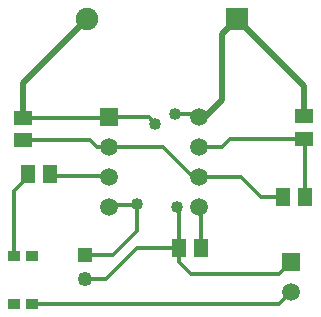
<source format=gbr>
G04 DipTrace 3.2.0.1*
G04 Top.gbr*
%MOMM*%
G04 #@! TF.FileFunction,Copper,L1,Top*
G04 #@! TF.Part,Single*
G04 #@! TA.AperFunction,Conductor*
%ADD14C,0.5*%
%ADD15C,0.33*%
G04 #@! TA.AperFunction,ComponentPad*
%ADD16R,1.25X1.25*%
%ADD17C,1.25*%
%ADD18R,1.3X1.5*%
%ADD19R,1.5X1.3*%
G04 #@! TA.AperFunction,ComponentPad*
%ADD20C,1.5*%
%ADD21R,1.5X1.5*%
%ADD23R,1.9X1.9*%
%ADD24C,1.9*%
%ADD26R,1.0X0.9*%
G04 #@! TA.AperFunction,ViaPad*
%ADD27C,1.016*%
%FSLAX35Y35*%
G04*
G71*
G90*
G75*
G01*
G04 Top*
%LPD*%
X-1302875Y2208701D2*
D14*
Y2507125D1*
X-762000Y3048000D1*
X-1302875Y2208701D2*
D15*
X-571500D1*
Y2212288D1*
X965069Y988163D2*
X865036Y888131D1*
X120918D1*
X20037Y989012D1*
Y1105503D1*
X14601D1*
Y1455084D1*
X0D1*
X-186813Y2158799D2*
X-240302Y2212288D1*
X-571500D1*
X-775936Y846314D2*
X-599052D1*
X-339863Y1105503D1*
X14601D1*
X1079500Y2222500D2*
D14*
Y2476500D1*
X508000Y3048000D1*
X381291Y2921291D1*
Y2357706D1*
X235873Y2212288D1*
X190500D1*
X-571500Y1450288D2*
D15*
X-530414D1*
X-507590Y1473112D1*
X-322605D1*
X-333797Y1484305D1*
Y1475058D1*
X-18752Y2243944D2*
X164583D1*
X196238Y2212288D1*
X190500D1*
X-775936Y1046314D2*
X-539028D1*
X-333797Y1251545D1*
Y1475058D1*
X-1074155Y1730987D2*
Y1712763D1*
X-571500D1*
Y1704288D1*
X-1223115Y630700D2*
X861605D1*
X965069Y734163D1*
X-1383115Y1040700D2*
Y1586747D1*
X-1238875Y1730987D1*
X-1264155D1*
X1084214Y1538864D2*
Y2027786D1*
X1079500Y2032500D1*
X452224D1*
X378013Y1958288D1*
X190500D1*
X-1302875Y2018701D2*
X-733112D1*
X-672700Y1958288D1*
X-571500D1*
X894214Y1538864D2*
X708975D1*
X543551Y1704288D1*
X190500D1*
X-571500Y1958288D2*
X-116788D1*
X137212Y1704288D1*
X190500D1*
X204601Y1105503D2*
X199705Y1100607D1*
Y1458604D1*
X177942Y1480367D1*
Y1444095D1*
X190500D1*
Y1450288D1*
D27*
X0Y1455084D3*
X-186813Y2158799D3*
X-333797Y1475058D3*
X-18752Y2243944D3*
D16*
X-775936Y1046314D3*
D17*
Y846314D3*
D18*
X14601Y1105503D3*
X204601D3*
D19*
X-1302875Y2208701D3*
Y2018701D3*
D20*
X965069Y734163D3*
D21*
Y988163D3*
D23*
X508000Y3048000D3*
D24*
X-762000D3*
D19*
X1079500Y2222500D3*
Y2032500D3*
D18*
X-1074155Y1730987D3*
X-1264155D3*
X894214Y1538864D3*
X1084214D3*
D26*
X-1383115Y1040700D3*
Y630700D3*
X-1223115D3*
Y1040700D3*
D21*
X-571500Y2212288D3*
D20*
Y1958288D3*
Y1704288D3*
Y1450288D3*
X190500D3*
Y1704288D3*
Y1958288D3*
Y2212288D3*
M02*

</source>
